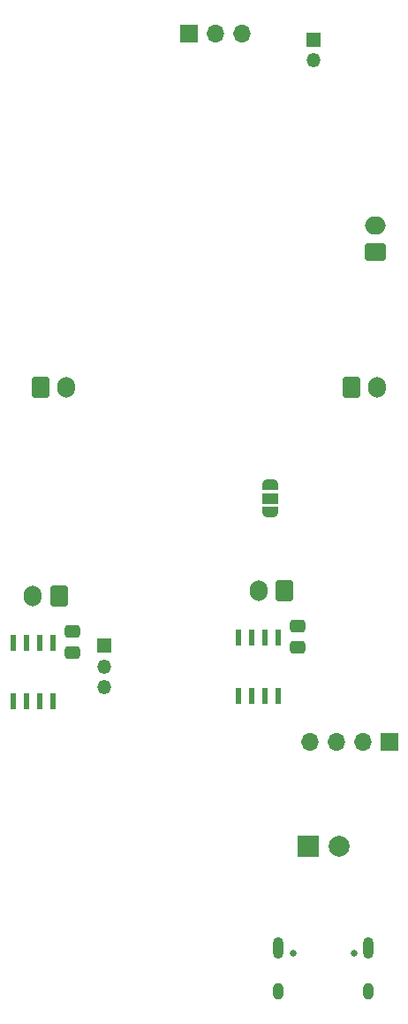
<source format=gbs>
G04 #@! TF.GenerationSoftware,KiCad,Pcbnew,7.0.7*
G04 #@! TF.CreationDate,2023-10-22T15:44:31+02:00*
G04 #@! TF.ProjectId,FC Control board 1.1,46432043-6f6e-4747-926f-6c20626f6172,rev?*
G04 #@! TF.SameCoordinates,Original*
G04 #@! TF.FileFunction,Soldermask,Bot*
G04 #@! TF.FilePolarity,Negative*
%FSLAX46Y46*%
G04 Gerber Fmt 4.6, Leading zero omitted, Abs format (unit mm)*
G04 Created by KiCad (PCBNEW 7.0.7) date 2023-10-22 15:44:31*
%MOMM*%
%LPD*%
G01*
G04 APERTURE LIST*
G04 Aperture macros list*
%AMRoundRect*
0 Rectangle with rounded corners*
0 $1 Rounding radius*
0 $2 $3 $4 $5 $6 $7 $8 $9 X,Y pos of 4 corners*
0 Add a 4 corners polygon primitive as box body*
4,1,4,$2,$3,$4,$5,$6,$7,$8,$9,$2,$3,0*
0 Add four circle primitives for the rounded corners*
1,1,$1+$1,$2,$3*
1,1,$1+$1,$4,$5*
1,1,$1+$1,$6,$7*
1,1,$1+$1,$8,$9*
0 Add four rect primitives between the rounded corners*
20,1,$1+$1,$2,$3,$4,$5,0*
20,1,$1+$1,$4,$5,$6,$7,0*
20,1,$1+$1,$6,$7,$8,$9,0*
20,1,$1+$1,$8,$9,$2,$3,0*%
%AMFreePoly0*
4,1,19,0.550000,-0.750000,0.000000,-0.750000,0.000000,-0.744911,-0.071157,-0.744911,-0.207708,-0.704816,-0.327430,-0.627875,-0.420627,-0.520320,-0.479746,-0.390866,-0.500000,-0.250000,-0.500000,0.250000,-0.479746,0.390866,-0.420627,0.520320,-0.327430,0.627875,-0.207708,0.704816,-0.071157,0.744911,0.000000,0.744911,0.000000,0.750000,0.550000,0.750000,0.550000,-0.750000,0.550000,-0.750000,
$1*%
%AMFreePoly1*
4,1,19,0.000000,0.744911,0.071157,0.744911,0.207708,0.704816,0.327430,0.627875,0.420627,0.520320,0.479746,0.390866,0.500000,0.250000,0.500000,-0.250000,0.479746,-0.390866,0.420627,-0.520320,0.327430,-0.627875,0.207708,-0.704816,0.071157,-0.744911,0.000000,-0.744911,0.000000,-0.750000,-0.550000,-0.750000,-0.550000,0.750000,0.000000,0.750000,0.000000,0.744911,0.000000,0.744911,
$1*%
G04 Aperture macros list end*
%ADD10RoundRect,0.250000X0.750000X-0.600000X0.750000X0.600000X-0.750000X0.600000X-0.750000X-0.600000X0*%
%ADD11O,2.000000X1.700000*%
%ADD12RoundRect,0.250000X-0.600000X-0.750000X0.600000X-0.750000X0.600000X0.750000X-0.600000X0.750000X0*%
%ADD13O,1.700000X2.000000*%
%ADD14R,1.700000X1.700000*%
%ADD15O,1.700000X1.700000*%
%ADD16R,1.350000X1.350000*%
%ADD17O,1.350000X1.350000*%
%ADD18R,2.000000X2.000000*%
%ADD19C,2.000000*%
%ADD20C,0.650000*%
%ADD21O,1.000000X2.100000*%
%ADD22O,1.000000X1.600000*%
%ADD23RoundRect,0.250000X0.600000X0.750000X-0.600000X0.750000X-0.600000X-0.750000X0.600000X-0.750000X0*%
%ADD24R,0.600000X1.650000*%
%ADD25FreePoly0,270.000000*%
%ADD26R,1.500000X1.000000*%
%ADD27FreePoly1,270.000000*%
%ADD28RoundRect,0.250000X-0.475000X0.337500X-0.475000X-0.337500X0.475000X-0.337500X0.475000X0.337500X0*%
G04 APERTURE END LIST*
D10*
X222596000Y-124004000D03*
D11*
X222596000Y-121504000D03*
D12*
X220289599Y-136959500D03*
D13*
X222789599Y-136959500D03*
D14*
X223940000Y-170985000D03*
D15*
X221400000Y-170985000D03*
X218860000Y-170985000D03*
X216320000Y-170985000D03*
D16*
X196640000Y-161710000D03*
D17*
X196640000Y-163710000D03*
X196640000Y-165710000D03*
D16*
X216640000Y-103710000D03*
D17*
X216640000Y-105710000D03*
D12*
X190466000Y-136959500D03*
D13*
X192966000Y-136959500D03*
D18*
X216140000Y-180960000D03*
D19*
X219140000Y-180960000D03*
D20*
X214750000Y-191170000D03*
X220530000Y-191170000D03*
D21*
X213320000Y-190640000D03*
D22*
X213320000Y-194820000D03*
D21*
X221960000Y-190640000D03*
D22*
X221960000Y-194820000D03*
D14*
X204700000Y-103110000D03*
D15*
X207240000Y-103110000D03*
X209780000Y-103110000D03*
D23*
X213890000Y-156441000D03*
D13*
X211390000Y-156441000D03*
D24*
X191653500Y-167085000D03*
X190383500Y-167085000D03*
X189113500Y-167085000D03*
X187843500Y-167085000D03*
X187843500Y-161485000D03*
X189113500Y-161485000D03*
X190383500Y-161485000D03*
X191653500Y-161485000D03*
X213261000Y-166585000D03*
X211991000Y-166585000D03*
X210721000Y-166585000D03*
X209451000Y-166585000D03*
X209451000Y-160985000D03*
X210721000Y-160985000D03*
X211991000Y-160985000D03*
X213261000Y-160985000D03*
D23*
X192282500Y-156941000D03*
D13*
X189782500Y-156941000D03*
D25*
X212482000Y-146346000D03*
D26*
X212482000Y-147646000D03*
D27*
X212482000Y-148946000D03*
D28*
X193558500Y-160326500D03*
X193558500Y-162401500D03*
X215166000Y-159826500D03*
X215166000Y-161901500D03*
M02*

</source>
